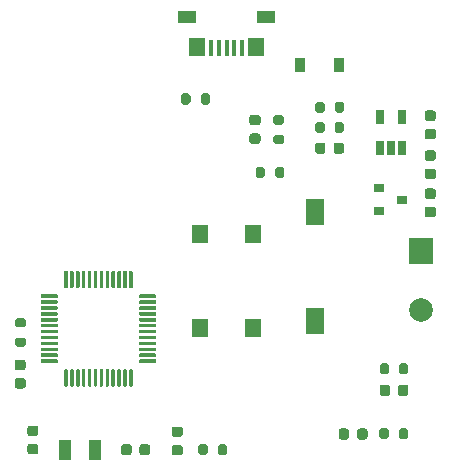
<source format=gtp>
G04 #@! TF.GenerationSoftware,KiCad,Pcbnew,5.1.8*
G04 #@! TF.CreationDate,2021-01-23T15:50:44+08:00*
G04 #@! TF.ProjectId,medicine_timer_pcb,6d656469-6369-46e6-955f-74696d65725f,rev?*
G04 #@! TF.SameCoordinates,Original*
G04 #@! TF.FileFunction,Paste,Top*
G04 #@! TF.FilePolarity,Positive*
%FSLAX46Y46*%
G04 Gerber Fmt 4.6, Leading zero omitted, Abs format (unit mm)*
G04 Created by KiCad (PCBNEW 5.1.8) date 2021-01-23 15:50:44*
%MOMM*%
%LPD*%
G01*
G04 APERTURE LIST*
%ADD10R,0.450000X1.380000*%
%ADD11R,1.425000X1.550000*%
%ADD12R,1.650000X1.100000*%
%ADD13R,1.000000X1.800000*%
%ADD14R,2.000000X2.200000*%
%ADD15C,2.000000*%
%ADD16R,0.900000X1.200000*%
%ADD17R,0.900000X0.800000*%
%ADD18R,1.600000X2.180000*%
%ADD19R,1.400000X1.600000*%
%ADD20R,0.650000X1.220000*%
G04 APERTURE END LIST*
D10*
X101300000Y-80260000D03*
X100650000Y-80260000D03*
X100000000Y-80260000D03*
X99350000Y-80260000D03*
X98700000Y-80260000D03*
D11*
X102487500Y-80175000D03*
X97512500Y-80175000D03*
D12*
X103375000Y-77700000D03*
X96625000Y-77700000D03*
D13*
X88850000Y-114300000D03*
X86350000Y-114300000D03*
D14*
X116500000Y-97500000D03*
D15*
X116500000Y-102500000D03*
G36*
G01*
X97800000Y-84875000D02*
X97800000Y-84325000D01*
G75*
G02*
X98000000Y-84125000I200000J0D01*
G01*
X98400000Y-84125000D01*
G75*
G02*
X98600000Y-84325000I0J-200000D01*
G01*
X98600000Y-84875000D01*
G75*
G02*
X98400000Y-85075000I-200000J0D01*
G01*
X98000000Y-85075000D01*
G75*
G02*
X97800000Y-84875000I0J200000D01*
G01*
G37*
G36*
G01*
X96150000Y-84875000D02*
X96150000Y-84325000D01*
G75*
G02*
X96350000Y-84125000I200000J0D01*
G01*
X96750000Y-84125000D01*
G75*
G02*
X96950000Y-84325000I0J-200000D01*
G01*
X96950000Y-84875000D01*
G75*
G02*
X96750000Y-85075000I-200000J0D01*
G01*
X96350000Y-85075000D01*
G75*
G02*
X96150000Y-84875000I0J200000D01*
G01*
G37*
D16*
X106225000Y-81750000D03*
X109525000Y-81750000D03*
G36*
G01*
X85650000Y-106950000D02*
X84325000Y-106950000D01*
G75*
G02*
X84250000Y-106875000I0J75000D01*
G01*
X84250000Y-106725000D01*
G75*
G02*
X84325000Y-106650000I75000J0D01*
G01*
X85650000Y-106650000D01*
G75*
G02*
X85725000Y-106725000I0J-75000D01*
G01*
X85725000Y-106875000D01*
G75*
G02*
X85650000Y-106950000I-75000J0D01*
G01*
G37*
G36*
G01*
X85650000Y-106450000D02*
X84325000Y-106450000D01*
G75*
G02*
X84250000Y-106375000I0J75000D01*
G01*
X84250000Y-106225000D01*
G75*
G02*
X84325000Y-106150000I75000J0D01*
G01*
X85650000Y-106150000D01*
G75*
G02*
X85725000Y-106225000I0J-75000D01*
G01*
X85725000Y-106375000D01*
G75*
G02*
X85650000Y-106450000I-75000J0D01*
G01*
G37*
G36*
G01*
X85650000Y-105950000D02*
X84325000Y-105950000D01*
G75*
G02*
X84250000Y-105875000I0J75000D01*
G01*
X84250000Y-105725000D01*
G75*
G02*
X84325000Y-105650000I75000J0D01*
G01*
X85650000Y-105650000D01*
G75*
G02*
X85725000Y-105725000I0J-75000D01*
G01*
X85725000Y-105875000D01*
G75*
G02*
X85650000Y-105950000I-75000J0D01*
G01*
G37*
G36*
G01*
X85650000Y-105450000D02*
X84325000Y-105450000D01*
G75*
G02*
X84250000Y-105375000I0J75000D01*
G01*
X84250000Y-105225000D01*
G75*
G02*
X84325000Y-105150000I75000J0D01*
G01*
X85650000Y-105150000D01*
G75*
G02*
X85725000Y-105225000I0J-75000D01*
G01*
X85725000Y-105375000D01*
G75*
G02*
X85650000Y-105450000I-75000J0D01*
G01*
G37*
G36*
G01*
X85650000Y-104950000D02*
X84325000Y-104950000D01*
G75*
G02*
X84250000Y-104875000I0J75000D01*
G01*
X84250000Y-104725000D01*
G75*
G02*
X84325000Y-104650000I75000J0D01*
G01*
X85650000Y-104650000D01*
G75*
G02*
X85725000Y-104725000I0J-75000D01*
G01*
X85725000Y-104875000D01*
G75*
G02*
X85650000Y-104950000I-75000J0D01*
G01*
G37*
G36*
G01*
X85650000Y-104450000D02*
X84325000Y-104450000D01*
G75*
G02*
X84250000Y-104375000I0J75000D01*
G01*
X84250000Y-104225000D01*
G75*
G02*
X84325000Y-104150000I75000J0D01*
G01*
X85650000Y-104150000D01*
G75*
G02*
X85725000Y-104225000I0J-75000D01*
G01*
X85725000Y-104375000D01*
G75*
G02*
X85650000Y-104450000I-75000J0D01*
G01*
G37*
G36*
G01*
X85650000Y-103950000D02*
X84325000Y-103950000D01*
G75*
G02*
X84250000Y-103875000I0J75000D01*
G01*
X84250000Y-103725000D01*
G75*
G02*
X84325000Y-103650000I75000J0D01*
G01*
X85650000Y-103650000D01*
G75*
G02*
X85725000Y-103725000I0J-75000D01*
G01*
X85725000Y-103875000D01*
G75*
G02*
X85650000Y-103950000I-75000J0D01*
G01*
G37*
G36*
G01*
X85650000Y-103450000D02*
X84325000Y-103450000D01*
G75*
G02*
X84250000Y-103375000I0J75000D01*
G01*
X84250000Y-103225000D01*
G75*
G02*
X84325000Y-103150000I75000J0D01*
G01*
X85650000Y-103150000D01*
G75*
G02*
X85725000Y-103225000I0J-75000D01*
G01*
X85725000Y-103375000D01*
G75*
G02*
X85650000Y-103450000I-75000J0D01*
G01*
G37*
G36*
G01*
X85650000Y-102950000D02*
X84325000Y-102950000D01*
G75*
G02*
X84250000Y-102875000I0J75000D01*
G01*
X84250000Y-102725000D01*
G75*
G02*
X84325000Y-102650000I75000J0D01*
G01*
X85650000Y-102650000D01*
G75*
G02*
X85725000Y-102725000I0J-75000D01*
G01*
X85725000Y-102875000D01*
G75*
G02*
X85650000Y-102950000I-75000J0D01*
G01*
G37*
G36*
G01*
X85650000Y-102450000D02*
X84325000Y-102450000D01*
G75*
G02*
X84250000Y-102375000I0J75000D01*
G01*
X84250000Y-102225000D01*
G75*
G02*
X84325000Y-102150000I75000J0D01*
G01*
X85650000Y-102150000D01*
G75*
G02*
X85725000Y-102225000I0J-75000D01*
G01*
X85725000Y-102375000D01*
G75*
G02*
X85650000Y-102450000I-75000J0D01*
G01*
G37*
G36*
G01*
X85650000Y-101950000D02*
X84325000Y-101950000D01*
G75*
G02*
X84250000Y-101875000I0J75000D01*
G01*
X84250000Y-101725000D01*
G75*
G02*
X84325000Y-101650000I75000J0D01*
G01*
X85650000Y-101650000D01*
G75*
G02*
X85725000Y-101725000I0J-75000D01*
G01*
X85725000Y-101875000D01*
G75*
G02*
X85650000Y-101950000I-75000J0D01*
G01*
G37*
G36*
G01*
X85650000Y-101450000D02*
X84325000Y-101450000D01*
G75*
G02*
X84250000Y-101375000I0J75000D01*
G01*
X84250000Y-101225000D01*
G75*
G02*
X84325000Y-101150000I75000J0D01*
G01*
X85650000Y-101150000D01*
G75*
G02*
X85725000Y-101225000I0J-75000D01*
G01*
X85725000Y-101375000D01*
G75*
G02*
X85650000Y-101450000I-75000J0D01*
G01*
G37*
G36*
G01*
X86475000Y-100625000D02*
X86325000Y-100625000D01*
G75*
G02*
X86250000Y-100550000I0J75000D01*
G01*
X86250000Y-99225000D01*
G75*
G02*
X86325000Y-99150000I75000J0D01*
G01*
X86475000Y-99150000D01*
G75*
G02*
X86550000Y-99225000I0J-75000D01*
G01*
X86550000Y-100550000D01*
G75*
G02*
X86475000Y-100625000I-75000J0D01*
G01*
G37*
G36*
G01*
X86975000Y-100625000D02*
X86825000Y-100625000D01*
G75*
G02*
X86750000Y-100550000I0J75000D01*
G01*
X86750000Y-99225000D01*
G75*
G02*
X86825000Y-99150000I75000J0D01*
G01*
X86975000Y-99150000D01*
G75*
G02*
X87050000Y-99225000I0J-75000D01*
G01*
X87050000Y-100550000D01*
G75*
G02*
X86975000Y-100625000I-75000J0D01*
G01*
G37*
G36*
G01*
X87475000Y-100625000D02*
X87325000Y-100625000D01*
G75*
G02*
X87250000Y-100550000I0J75000D01*
G01*
X87250000Y-99225000D01*
G75*
G02*
X87325000Y-99150000I75000J0D01*
G01*
X87475000Y-99150000D01*
G75*
G02*
X87550000Y-99225000I0J-75000D01*
G01*
X87550000Y-100550000D01*
G75*
G02*
X87475000Y-100625000I-75000J0D01*
G01*
G37*
G36*
G01*
X87975000Y-100625000D02*
X87825000Y-100625000D01*
G75*
G02*
X87750000Y-100550000I0J75000D01*
G01*
X87750000Y-99225000D01*
G75*
G02*
X87825000Y-99150000I75000J0D01*
G01*
X87975000Y-99150000D01*
G75*
G02*
X88050000Y-99225000I0J-75000D01*
G01*
X88050000Y-100550000D01*
G75*
G02*
X87975000Y-100625000I-75000J0D01*
G01*
G37*
G36*
G01*
X88475000Y-100625000D02*
X88325000Y-100625000D01*
G75*
G02*
X88250000Y-100550000I0J75000D01*
G01*
X88250000Y-99225000D01*
G75*
G02*
X88325000Y-99150000I75000J0D01*
G01*
X88475000Y-99150000D01*
G75*
G02*
X88550000Y-99225000I0J-75000D01*
G01*
X88550000Y-100550000D01*
G75*
G02*
X88475000Y-100625000I-75000J0D01*
G01*
G37*
G36*
G01*
X88975000Y-100625000D02*
X88825000Y-100625000D01*
G75*
G02*
X88750000Y-100550000I0J75000D01*
G01*
X88750000Y-99225000D01*
G75*
G02*
X88825000Y-99150000I75000J0D01*
G01*
X88975000Y-99150000D01*
G75*
G02*
X89050000Y-99225000I0J-75000D01*
G01*
X89050000Y-100550000D01*
G75*
G02*
X88975000Y-100625000I-75000J0D01*
G01*
G37*
G36*
G01*
X89475000Y-100625000D02*
X89325000Y-100625000D01*
G75*
G02*
X89250000Y-100550000I0J75000D01*
G01*
X89250000Y-99225000D01*
G75*
G02*
X89325000Y-99150000I75000J0D01*
G01*
X89475000Y-99150000D01*
G75*
G02*
X89550000Y-99225000I0J-75000D01*
G01*
X89550000Y-100550000D01*
G75*
G02*
X89475000Y-100625000I-75000J0D01*
G01*
G37*
G36*
G01*
X89975000Y-100625000D02*
X89825000Y-100625000D01*
G75*
G02*
X89750000Y-100550000I0J75000D01*
G01*
X89750000Y-99225000D01*
G75*
G02*
X89825000Y-99150000I75000J0D01*
G01*
X89975000Y-99150000D01*
G75*
G02*
X90050000Y-99225000I0J-75000D01*
G01*
X90050000Y-100550000D01*
G75*
G02*
X89975000Y-100625000I-75000J0D01*
G01*
G37*
G36*
G01*
X90475000Y-100625000D02*
X90325000Y-100625000D01*
G75*
G02*
X90250000Y-100550000I0J75000D01*
G01*
X90250000Y-99225000D01*
G75*
G02*
X90325000Y-99150000I75000J0D01*
G01*
X90475000Y-99150000D01*
G75*
G02*
X90550000Y-99225000I0J-75000D01*
G01*
X90550000Y-100550000D01*
G75*
G02*
X90475000Y-100625000I-75000J0D01*
G01*
G37*
G36*
G01*
X90975000Y-100625000D02*
X90825000Y-100625000D01*
G75*
G02*
X90750000Y-100550000I0J75000D01*
G01*
X90750000Y-99225000D01*
G75*
G02*
X90825000Y-99150000I75000J0D01*
G01*
X90975000Y-99150000D01*
G75*
G02*
X91050000Y-99225000I0J-75000D01*
G01*
X91050000Y-100550000D01*
G75*
G02*
X90975000Y-100625000I-75000J0D01*
G01*
G37*
G36*
G01*
X91475000Y-100625000D02*
X91325000Y-100625000D01*
G75*
G02*
X91250000Y-100550000I0J75000D01*
G01*
X91250000Y-99225000D01*
G75*
G02*
X91325000Y-99150000I75000J0D01*
G01*
X91475000Y-99150000D01*
G75*
G02*
X91550000Y-99225000I0J-75000D01*
G01*
X91550000Y-100550000D01*
G75*
G02*
X91475000Y-100625000I-75000J0D01*
G01*
G37*
G36*
G01*
X91975000Y-100625000D02*
X91825000Y-100625000D01*
G75*
G02*
X91750000Y-100550000I0J75000D01*
G01*
X91750000Y-99225000D01*
G75*
G02*
X91825000Y-99150000I75000J0D01*
G01*
X91975000Y-99150000D01*
G75*
G02*
X92050000Y-99225000I0J-75000D01*
G01*
X92050000Y-100550000D01*
G75*
G02*
X91975000Y-100625000I-75000J0D01*
G01*
G37*
G36*
G01*
X93975000Y-101450000D02*
X92650000Y-101450000D01*
G75*
G02*
X92575000Y-101375000I0J75000D01*
G01*
X92575000Y-101225000D01*
G75*
G02*
X92650000Y-101150000I75000J0D01*
G01*
X93975000Y-101150000D01*
G75*
G02*
X94050000Y-101225000I0J-75000D01*
G01*
X94050000Y-101375000D01*
G75*
G02*
X93975000Y-101450000I-75000J0D01*
G01*
G37*
G36*
G01*
X93975000Y-101950000D02*
X92650000Y-101950000D01*
G75*
G02*
X92575000Y-101875000I0J75000D01*
G01*
X92575000Y-101725000D01*
G75*
G02*
X92650000Y-101650000I75000J0D01*
G01*
X93975000Y-101650000D01*
G75*
G02*
X94050000Y-101725000I0J-75000D01*
G01*
X94050000Y-101875000D01*
G75*
G02*
X93975000Y-101950000I-75000J0D01*
G01*
G37*
G36*
G01*
X93975000Y-102450000D02*
X92650000Y-102450000D01*
G75*
G02*
X92575000Y-102375000I0J75000D01*
G01*
X92575000Y-102225000D01*
G75*
G02*
X92650000Y-102150000I75000J0D01*
G01*
X93975000Y-102150000D01*
G75*
G02*
X94050000Y-102225000I0J-75000D01*
G01*
X94050000Y-102375000D01*
G75*
G02*
X93975000Y-102450000I-75000J0D01*
G01*
G37*
G36*
G01*
X93975000Y-102950000D02*
X92650000Y-102950000D01*
G75*
G02*
X92575000Y-102875000I0J75000D01*
G01*
X92575000Y-102725000D01*
G75*
G02*
X92650000Y-102650000I75000J0D01*
G01*
X93975000Y-102650000D01*
G75*
G02*
X94050000Y-102725000I0J-75000D01*
G01*
X94050000Y-102875000D01*
G75*
G02*
X93975000Y-102950000I-75000J0D01*
G01*
G37*
G36*
G01*
X93975000Y-103450000D02*
X92650000Y-103450000D01*
G75*
G02*
X92575000Y-103375000I0J75000D01*
G01*
X92575000Y-103225000D01*
G75*
G02*
X92650000Y-103150000I75000J0D01*
G01*
X93975000Y-103150000D01*
G75*
G02*
X94050000Y-103225000I0J-75000D01*
G01*
X94050000Y-103375000D01*
G75*
G02*
X93975000Y-103450000I-75000J0D01*
G01*
G37*
G36*
G01*
X93975000Y-103950000D02*
X92650000Y-103950000D01*
G75*
G02*
X92575000Y-103875000I0J75000D01*
G01*
X92575000Y-103725000D01*
G75*
G02*
X92650000Y-103650000I75000J0D01*
G01*
X93975000Y-103650000D01*
G75*
G02*
X94050000Y-103725000I0J-75000D01*
G01*
X94050000Y-103875000D01*
G75*
G02*
X93975000Y-103950000I-75000J0D01*
G01*
G37*
G36*
G01*
X93975000Y-104450000D02*
X92650000Y-104450000D01*
G75*
G02*
X92575000Y-104375000I0J75000D01*
G01*
X92575000Y-104225000D01*
G75*
G02*
X92650000Y-104150000I75000J0D01*
G01*
X93975000Y-104150000D01*
G75*
G02*
X94050000Y-104225000I0J-75000D01*
G01*
X94050000Y-104375000D01*
G75*
G02*
X93975000Y-104450000I-75000J0D01*
G01*
G37*
G36*
G01*
X93975000Y-104950000D02*
X92650000Y-104950000D01*
G75*
G02*
X92575000Y-104875000I0J75000D01*
G01*
X92575000Y-104725000D01*
G75*
G02*
X92650000Y-104650000I75000J0D01*
G01*
X93975000Y-104650000D01*
G75*
G02*
X94050000Y-104725000I0J-75000D01*
G01*
X94050000Y-104875000D01*
G75*
G02*
X93975000Y-104950000I-75000J0D01*
G01*
G37*
G36*
G01*
X93975000Y-105450000D02*
X92650000Y-105450000D01*
G75*
G02*
X92575000Y-105375000I0J75000D01*
G01*
X92575000Y-105225000D01*
G75*
G02*
X92650000Y-105150000I75000J0D01*
G01*
X93975000Y-105150000D01*
G75*
G02*
X94050000Y-105225000I0J-75000D01*
G01*
X94050000Y-105375000D01*
G75*
G02*
X93975000Y-105450000I-75000J0D01*
G01*
G37*
G36*
G01*
X93975000Y-105950000D02*
X92650000Y-105950000D01*
G75*
G02*
X92575000Y-105875000I0J75000D01*
G01*
X92575000Y-105725000D01*
G75*
G02*
X92650000Y-105650000I75000J0D01*
G01*
X93975000Y-105650000D01*
G75*
G02*
X94050000Y-105725000I0J-75000D01*
G01*
X94050000Y-105875000D01*
G75*
G02*
X93975000Y-105950000I-75000J0D01*
G01*
G37*
G36*
G01*
X93975000Y-106450000D02*
X92650000Y-106450000D01*
G75*
G02*
X92575000Y-106375000I0J75000D01*
G01*
X92575000Y-106225000D01*
G75*
G02*
X92650000Y-106150000I75000J0D01*
G01*
X93975000Y-106150000D01*
G75*
G02*
X94050000Y-106225000I0J-75000D01*
G01*
X94050000Y-106375000D01*
G75*
G02*
X93975000Y-106450000I-75000J0D01*
G01*
G37*
G36*
G01*
X93975000Y-106950000D02*
X92650000Y-106950000D01*
G75*
G02*
X92575000Y-106875000I0J75000D01*
G01*
X92575000Y-106725000D01*
G75*
G02*
X92650000Y-106650000I75000J0D01*
G01*
X93975000Y-106650000D01*
G75*
G02*
X94050000Y-106725000I0J-75000D01*
G01*
X94050000Y-106875000D01*
G75*
G02*
X93975000Y-106950000I-75000J0D01*
G01*
G37*
G36*
G01*
X91975000Y-108950000D02*
X91825000Y-108950000D01*
G75*
G02*
X91750000Y-108875000I0J75000D01*
G01*
X91750000Y-107550000D01*
G75*
G02*
X91825000Y-107475000I75000J0D01*
G01*
X91975000Y-107475000D01*
G75*
G02*
X92050000Y-107550000I0J-75000D01*
G01*
X92050000Y-108875000D01*
G75*
G02*
X91975000Y-108950000I-75000J0D01*
G01*
G37*
G36*
G01*
X91475000Y-108950000D02*
X91325000Y-108950000D01*
G75*
G02*
X91250000Y-108875000I0J75000D01*
G01*
X91250000Y-107550000D01*
G75*
G02*
X91325000Y-107475000I75000J0D01*
G01*
X91475000Y-107475000D01*
G75*
G02*
X91550000Y-107550000I0J-75000D01*
G01*
X91550000Y-108875000D01*
G75*
G02*
X91475000Y-108950000I-75000J0D01*
G01*
G37*
G36*
G01*
X90975000Y-108950000D02*
X90825000Y-108950000D01*
G75*
G02*
X90750000Y-108875000I0J75000D01*
G01*
X90750000Y-107550000D01*
G75*
G02*
X90825000Y-107475000I75000J0D01*
G01*
X90975000Y-107475000D01*
G75*
G02*
X91050000Y-107550000I0J-75000D01*
G01*
X91050000Y-108875000D01*
G75*
G02*
X90975000Y-108950000I-75000J0D01*
G01*
G37*
G36*
G01*
X90475000Y-108950000D02*
X90325000Y-108950000D01*
G75*
G02*
X90250000Y-108875000I0J75000D01*
G01*
X90250000Y-107550000D01*
G75*
G02*
X90325000Y-107475000I75000J0D01*
G01*
X90475000Y-107475000D01*
G75*
G02*
X90550000Y-107550000I0J-75000D01*
G01*
X90550000Y-108875000D01*
G75*
G02*
X90475000Y-108950000I-75000J0D01*
G01*
G37*
G36*
G01*
X89975000Y-108950000D02*
X89825000Y-108950000D01*
G75*
G02*
X89750000Y-108875000I0J75000D01*
G01*
X89750000Y-107550000D01*
G75*
G02*
X89825000Y-107475000I75000J0D01*
G01*
X89975000Y-107475000D01*
G75*
G02*
X90050000Y-107550000I0J-75000D01*
G01*
X90050000Y-108875000D01*
G75*
G02*
X89975000Y-108950000I-75000J0D01*
G01*
G37*
G36*
G01*
X89475000Y-108950000D02*
X89325000Y-108950000D01*
G75*
G02*
X89250000Y-108875000I0J75000D01*
G01*
X89250000Y-107550000D01*
G75*
G02*
X89325000Y-107475000I75000J0D01*
G01*
X89475000Y-107475000D01*
G75*
G02*
X89550000Y-107550000I0J-75000D01*
G01*
X89550000Y-108875000D01*
G75*
G02*
X89475000Y-108950000I-75000J0D01*
G01*
G37*
G36*
G01*
X88975000Y-108950000D02*
X88825000Y-108950000D01*
G75*
G02*
X88750000Y-108875000I0J75000D01*
G01*
X88750000Y-107550000D01*
G75*
G02*
X88825000Y-107475000I75000J0D01*
G01*
X88975000Y-107475000D01*
G75*
G02*
X89050000Y-107550000I0J-75000D01*
G01*
X89050000Y-108875000D01*
G75*
G02*
X88975000Y-108950000I-75000J0D01*
G01*
G37*
G36*
G01*
X88475000Y-108950000D02*
X88325000Y-108950000D01*
G75*
G02*
X88250000Y-108875000I0J75000D01*
G01*
X88250000Y-107550000D01*
G75*
G02*
X88325000Y-107475000I75000J0D01*
G01*
X88475000Y-107475000D01*
G75*
G02*
X88550000Y-107550000I0J-75000D01*
G01*
X88550000Y-108875000D01*
G75*
G02*
X88475000Y-108950000I-75000J0D01*
G01*
G37*
G36*
G01*
X87975000Y-108950000D02*
X87825000Y-108950000D01*
G75*
G02*
X87750000Y-108875000I0J75000D01*
G01*
X87750000Y-107550000D01*
G75*
G02*
X87825000Y-107475000I75000J0D01*
G01*
X87975000Y-107475000D01*
G75*
G02*
X88050000Y-107550000I0J-75000D01*
G01*
X88050000Y-108875000D01*
G75*
G02*
X87975000Y-108950000I-75000J0D01*
G01*
G37*
G36*
G01*
X87475000Y-108950000D02*
X87325000Y-108950000D01*
G75*
G02*
X87250000Y-108875000I0J75000D01*
G01*
X87250000Y-107550000D01*
G75*
G02*
X87325000Y-107475000I75000J0D01*
G01*
X87475000Y-107475000D01*
G75*
G02*
X87550000Y-107550000I0J-75000D01*
G01*
X87550000Y-108875000D01*
G75*
G02*
X87475000Y-108950000I-75000J0D01*
G01*
G37*
G36*
G01*
X86975000Y-108950000D02*
X86825000Y-108950000D01*
G75*
G02*
X86750000Y-108875000I0J75000D01*
G01*
X86750000Y-107550000D01*
G75*
G02*
X86825000Y-107475000I75000J0D01*
G01*
X86975000Y-107475000D01*
G75*
G02*
X87050000Y-107550000I0J-75000D01*
G01*
X87050000Y-108875000D01*
G75*
G02*
X86975000Y-108950000I-75000J0D01*
G01*
G37*
G36*
G01*
X86475000Y-108950000D02*
X86325000Y-108950000D01*
G75*
G02*
X86250000Y-108875000I0J75000D01*
G01*
X86250000Y-107550000D01*
G75*
G02*
X86325000Y-107475000I75000J0D01*
G01*
X86475000Y-107475000D01*
G75*
G02*
X86550000Y-107550000I0J-75000D01*
G01*
X86550000Y-108875000D01*
G75*
G02*
X86475000Y-108950000I-75000J0D01*
G01*
G37*
D17*
X114875000Y-93125000D03*
X112875000Y-94075000D03*
X112875000Y-92175000D03*
D18*
X107450000Y-94185000D03*
X107450000Y-103365000D03*
D19*
X97750000Y-96000000D03*
X97750000Y-104000000D03*
X102250000Y-96000000D03*
X102250000Y-104000000D03*
D20*
X112950000Y-86165000D03*
X114850000Y-86165000D03*
X114850000Y-88785000D03*
X113900000Y-88785000D03*
X112950000Y-88785000D03*
G36*
G01*
X113750000Y-107175000D02*
X113750000Y-107725000D01*
G75*
G02*
X113550000Y-107925000I-200000J0D01*
G01*
X113150000Y-107925000D01*
G75*
G02*
X112950000Y-107725000I0J200000D01*
G01*
X112950000Y-107175000D01*
G75*
G02*
X113150000Y-106975000I200000J0D01*
G01*
X113550000Y-106975000D01*
G75*
G02*
X113750000Y-107175000I0J-200000D01*
G01*
G37*
G36*
G01*
X115400000Y-107175000D02*
X115400000Y-107725000D01*
G75*
G02*
X115200000Y-107925000I-200000J0D01*
G01*
X114800000Y-107925000D01*
G75*
G02*
X114600000Y-107725000I0J200000D01*
G01*
X114600000Y-107175000D01*
G75*
G02*
X114800000Y-106975000I200000J0D01*
G01*
X115200000Y-106975000D01*
G75*
G02*
X115400000Y-107175000I0J-200000D01*
G01*
G37*
G36*
G01*
X82275000Y-104800000D02*
X82825000Y-104800000D01*
G75*
G02*
X83025000Y-105000000I0J-200000D01*
G01*
X83025000Y-105400000D01*
G75*
G02*
X82825000Y-105600000I-200000J0D01*
G01*
X82275000Y-105600000D01*
G75*
G02*
X82075000Y-105400000I0J200000D01*
G01*
X82075000Y-105000000D01*
G75*
G02*
X82275000Y-104800000I200000J0D01*
G01*
G37*
G36*
G01*
X82275000Y-103150000D02*
X82825000Y-103150000D01*
G75*
G02*
X83025000Y-103350000I0J-200000D01*
G01*
X83025000Y-103750000D01*
G75*
G02*
X82825000Y-103950000I-200000J0D01*
G01*
X82275000Y-103950000D01*
G75*
G02*
X82075000Y-103750000I0J200000D01*
G01*
X82075000Y-103350000D01*
G75*
G02*
X82275000Y-103150000I200000J0D01*
G01*
G37*
G36*
G01*
X103250000Y-90550000D02*
X103250000Y-91100000D01*
G75*
G02*
X103050000Y-91300000I-200000J0D01*
G01*
X102650000Y-91300000D01*
G75*
G02*
X102450000Y-91100000I0J200000D01*
G01*
X102450000Y-90550000D01*
G75*
G02*
X102650000Y-90350000I200000J0D01*
G01*
X103050000Y-90350000D01*
G75*
G02*
X103250000Y-90550000I0J-200000D01*
G01*
G37*
G36*
G01*
X104900000Y-90550000D02*
X104900000Y-91100000D01*
G75*
G02*
X104700000Y-91300000I-200000J0D01*
G01*
X104300000Y-91300000D01*
G75*
G02*
X104100000Y-91100000I0J200000D01*
G01*
X104100000Y-90550000D01*
G75*
G02*
X104300000Y-90350000I200000J0D01*
G01*
X104700000Y-90350000D01*
G75*
G02*
X104900000Y-90550000I0J-200000D01*
G01*
G37*
G36*
G01*
X104700000Y-86775000D02*
X104150000Y-86775000D01*
G75*
G02*
X103950000Y-86575000I0J200000D01*
G01*
X103950000Y-86175000D01*
G75*
G02*
X104150000Y-85975000I200000J0D01*
G01*
X104700000Y-85975000D01*
G75*
G02*
X104900000Y-86175000I0J-200000D01*
G01*
X104900000Y-86575000D01*
G75*
G02*
X104700000Y-86775000I-200000J0D01*
G01*
G37*
G36*
G01*
X104700000Y-88425000D02*
X104150000Y-88425000D01*
G75*
G02*
X103950000Y-88225000I0J200000D01*
G01*
X103950000Y-87825000D01*
G75*
G02*
X104150000Y-87625000I200000J0D01*
G01*
X104700000Y-87625000D01*
G75*
G02*
X104900000Y-87825000I0J-200000D01*
G01*
X104900000Y-88225000D01*
G75*
G02*
X104700000Y-88425000I-200000J0D01*
G01*
G37*
G36*
G01*
X113725000Y-112675000D02*
X113725000Y-113225000D01*
G75*
G02*
X113525000Y-113425000I-200000J0D01*
G01*
X113125000Y-113425000D01*
G75*
G02*
X112925000Y-113225000I0J200000D01*
G01*
X112925000Y-112675000D01*
G75*
G02*
X113125000Y-112475000I200000J0D01*
G01*
X113525000Y-112475000D01*
G75*
G02*
X113725000Y-112675000I0J-200000D01*
G01*
G37*
G36*
G01*
X115375000Y-112675000D02*
X115375000Y-113225000D01*
G75*
G02*
X115175000Y-113425000I-200000J0D01*
G01*
X114775000Y-113425000D01*
G75*
G02*
X114575000Y-113225000I0J200000D01*
G01*
X114575000Y-112675000D01*
G75*
G02*
X114775000Y-112475000I200000J0D01*
G01*
X115175000Y-112475000D01*
G75*
G02*
X115375000Y-112675000I0J-200000D01*
G01*
G37*
G36*
G01*
X98400000Y-114025000D02*
X98400000Y-114575000D01*
G75*
G02*
X98200000Y-114775000I-200000J0D01*
G01*
X97800000Y-114775000D01*
G75*
G02*
X97600000Y-114575000I0J200000D01*
G01*
X97600000Y-114025000D01*
G75*
G02*
X97800000Y-113825000I200000J0D01*
G01*
X98200000Y-113825000D01*
G75*
G02*
X98400000Y-114025000I0J-200000D01*
G01*
G37*
G36*
G01*
X100050000Y-114025000D02*
X100050000Y-114575000D01*
G75*
G02*
X99850000Y-114775000I-200000J0D01*
G01*
X99450000Y-114775000D01*
G75*
G02*
X99250000Y-114575000I0J200000D01*
G01*
X99250000Y-114025000D01*
G75*
G02*
X99450000Y-113825000I200000J0D01*
G01*
X99850000Y-113825000D01*
G75*
G02*
X100050000Y-114025000I0J-200000D01*
G01*
G37*
G36*
G01*
X108300000Y-85025000D02*
X108300000Y-85575000D01*
G75*
G02*
X108100000Y-85775000I-200000J0D01*
G01*
X107700000Y-85775000D01*
G75*
G02*
X107500000Y-85575000I0J200000D01*
G01*
X107500000Y-85025000D01*
G75*
G02*
X107700000Y-84825000I200000J0D01*
G01*
X108100000Y-84825000D01*
G75*
G02*
X108300000Y-85025000I0J-200000D01*
G01*
G37*
G36*
G01*
X109950000Y-85025000D02*
X109950000Y-85575000D01*
G75*
G02*
X109750000Y-85775000I-200000J0D01*
G01*
X109350000Y-85775000D01*
G75*
G02*
X109150000Y-85575000I0J200000D01*
G01*
X109150000Y-85025000D01*
G75*
G02*
X109350000Y-84825000I200000J0D01*
G01*
X109750000Y-84825000D01*
G75*
G02*
X109950000Y-85025000I0J-200000D01*
G01*
G37*
G36*
G01*
X108300000Y-86750000D02*
X108300000Y-87300000D01*
G75*
G02*
X108100000Y-87500000I-200000J0D01*
G01*
X107700000Y-87500000D01*
G75*
G02*
X107500000Y-87300000I0J200000D01*
G01*
X107500000Y-86750000D01*
G75*
G02*
X107700000Y-86550000I200000J0D01*
G01*
X108100000Y-86550000D01*
G75*
G02*
X108300000Y-86750000I0J-200000D01*
G01*
G37*
G36*
G01*
X109950000Y-86750000D02*
X109950000Y-87300000D01*
G75*
G02*
X109750000Y-87500000I-200000J0D01*
G01*
X109350000Y-87500000D01*
G75*
G02*
X109150000Y-87300000I0J200000D01*
G01*
X109150000Y-86750000D01*
G75*
G02*
X109350000Y-86550000I200000J0D01*
G01*
X109750000Y-86550000D01*
G75*
G02*
X109950000Y-86750000I0J-200000D01*
G01*
G37*
G36*
G01*
X102656250Y-86825000D02*
X102143750Y-86825000D01*
G75*
G02*
X101925000Y-86606250I0J218750D01*
G01*
X101925000Y-86168750D01*
G75*
G02*
X102143750Y-85950000I218750J0D01*
G01*
X102656250Y-85950000D01*
G75*
G02*
X102875000Y-86168750I0J-218750D01*
G01*
X102875000Y-86606250D01*
G75*
G02*
X102656250Y-86825000I-218750J0D01*
G01*
G37*
G36*
G01*
X102656250Y-88400000D02*
X102143750Y-88400000D01*
G75*
G02*
X101925000Y-88181250I0J218750D01*
G01*
X101925000Y-87743750D01*
G75*
G02*
X102143750Y-87525000I218750J0D01*
G01*
X102656250Y-87525000D01*
G75*
G02*
X102875000Y-87743750I0J-218750D01*
G01*
X102875000Y-88181250D01*
G75*
G02*
X102656250Y-88400000I-218750J0D01*
G01*
G37*
G36*
G01*
X111062500Y-113231250D02*
X111062500Y-112718750D01*
G75*
G02*
X111281250Y-112500000I218750J0D01*
G01*
X111718750Y-112500000D01*
G75*
G02*
X111937500Y-112718750I0J-218750D01*
G01*
X111937500Y-113231250D01*
G75*
G02*
X111718750Y-113450000I-218750J0D01*
G01*
X111281250Y-113450000D01*
G75*
G02*
X111062500Y-113231250I0J218750D01*
G01*
G37*
G36*
G01*
X109487500Y-113231250D02*
X109487500Y-112718750D01*
G75*
G02*
X109706250Y-112500000I218750J0D01*
G01*
X110143750Y-112500000D01*
G75*
G02*
X110362500Y-112718750I0J-218750D01*
G01*
X110362500Y-113231250D01*
G75*
G02*
X110143750Y-113450000I-218750J0D01*
G01*
X109706250Y-113450000D01*
G75*
G02*
X109487500Y-113231250I0J218750D01*
G01*
G37*
G36*
G01*
X95568750Y-113912500D02*
X96081250Y-113912500D01*
G75*
G02*
X96300000Y-114131250I0J-218750D01*
G01*
X96300000Y-114568750D01*
G75*
G02*
X96081250Y-114787500I-218750J0D01*
G01*
X95568750Y-114787500D01*
G75*
G02*
X95350000Y-114568750I0J218750D01*
G01*
X95350000Y-114131250D01*
G75*
G02*
X95568750Y-113912500I218750J0D01*
G01*
G37*
G36*
G01*
X95568750Y-112337500D02*
X96081250Y-112337500D01*
G75*
G02*
X96300000Y-112556250I0J-218750D01*
G01*
X96300000Y-112993750D01*
G75*
G02*
X96081250Y-113212500I-218750J0D01*
G01*
X95568750Y-113212500D01*
G75*
G02*
X95350000Y-112993750I0J218750D01*
G01*
X95350000Y-112556250D01*
G75*
G02*
X95568750Y-112337500I218750J0D01*
G01*
G37*
G36*
G01*
X108375000Y-88518750D02*
X108375000Y-89031250D01*
G75*
G02*
X108156250Y-89250000I-218750J0D01*
G01*
X107718750Y-89250000D01*
G75*
G02*
X107500000Y-89031250I0J218750D01*
G01*
X107500000Y-88518750D01*
G75*
G02*
X107718750Y-88300000I218750J0D01*
G01*
X108156250Y-88300000D01*
G75*
G02*
X108375000Y-88518750I0J-218750D01*
G01*
G37*
G36*
G01*
X109950000Y-88518750D02*
X109950000Y-89031250D01*
G75*
G02*
X109731250Y-89250000I-218750J0D01*
G01*
X109293750Y-89250000D01*
G75*
G02*
X109075000Y-89031250I0J218750D01*
G01*
X109075000Y-88518750D01*
G75*
G02*
X109293750Y-88300000I218750J0D01*
G01*
X109731250Y-88300000D01*
G75*
G02*
X109950000Y-88518750I0J-218750D01*
G01*
G37*
G36*
G01*
X114500000Y-109525000D02*
X114500000Y-109025000D01*
G75*
G02*
X114725000Y-108800000I225000J0D01*
G01*
X115175000Y-108800000D01*
G75*
G02*
X115400000Y-109025000I0J-225000D01*
G01*
X115400000Y-109525000D01*
G75*
G02*
X115175000Y-109750000I-225000J0D01*
G01*
X114725000Y-109750000D01*
G75*
G02*
X114500000Y-109525000I0J225000D01*
G01*
G37*
G36*
G01*
X112950000Y-109525000D02*
X112950000Y-109025000D01*
G75*
G02*
X113175000Y-108800000I225000J0D01*
G01*
X113625000Y-108800000D01*
G75*
G02*
X113850000Y-109025000I0J-225000D01*
G01*
X113850000Y-109525000D01*
G75*
G02*
X113625000Y-109750000I-225000J0D01*
G01*
X113175000Y-109750000D01*
G75*
G02*
X112950000Y-109525000I0J225000D01*
G01*
G37*
G36*
G01*
X92625000Y-114550000D02*
X92625000Y-114050000D01*
G75*
G02*
X92850000Y-113825000I225000J0D01*
G01*
X93300000Y-113825000D01*
G75*
G02*
X93525000Y-114050000I0J-225000D01*
G01*
X93525000Y-114550000D01*
G75*
G02*
X93300000Y-114775000I-225000J0D01*
G01*
X92850000Y-114775000D01*
G75*
G02*
X92625000Y-114550000I0J225000D01*
G01*
G37*
G36*
G01*
X91075000Y-114550000D02*
X91075000Y-114050000D01*
G75*
G02*
X91300000Y-113825000I225000J0D01*
G01*
X91750000Y-113825000D01*
G75*
G02*
X91975000Y-114050000I0J-225000D01*
G01*
X91975000Y-114550000D01*
G75*
G02*
X91750000Y-114775000I-225000J0D01*
G01*
X91300000Y-114775000D01*
G75*
G02*
X91075000Y-114550000I0J225000D01*
G01*
G37*
G36*
G01*
X83850000Y-113150000D02*
X83350000Y-113150000D01*
G75*
G02*
X83125000Y-112925000I0J225000D01*
G01*
X83125000Y-112475000D01*
G75*
G02*
X83350000Y-112250000I225000J0D01*
G01*
X83850000Y-112250000D01*
G75*
G02*
X84075000Y-112475000I0J-225000D01*
G01*
X84075000Y-112925000D01*
G75*
G02*
X83850000Y-113150000I-225000J0D01*
G01*
G37*
G36*
G01*
X83850000Y-114700000D02*
X83350000Y-114700000D01*
G75*
G02*
X83125000Y-114475000I0J225000D01*
G01*
X83125000Y-114025000D01*
G75*
G02*
X83350000Y-113800000I225000J0D01*
G01*
X83850000Y-113800000D01*
G75*
G02*
X84075000Y-114025000I0J-225000D01*
G01*
X84075000Y-114475000D01*
G75*
G02*
X83850000Y-114700000I-225000J0D01*
G01*
G37*
G36*
G01*
X117500000Y-89850000D02*
X117000000Y-89850000D01*
G75*
G02*
X116775000Y-89625000I0J225000D01*
G01*
X116775000Y-89175000D01*
G75*
G02*
X117000000Y-88950000I225000J0D01*
G01*
X117500000Y-88950000D01*
G75*
G02*
X117725000Y-89175000I0J-225000D01*
G01*
X117725000Y-89625000D01*
G75*
G02*
X117500000Y-89850000I-225000J0D01*
G01*
G37*
G36*
G01*
X117500000Y-91400000D02*
X117000000Y-91400000D01*
G75*
G02*
X116775000Y-91175000I0J225000D01*
G01*
X116775000Y-90725000D01*
G75*
G02*
X117000000Y-90500000I225000J0D01*
G01*
X117500000Y-90500000D01*
G75*
G02*
X117725000Y-90725000I0J-225000D01*
G01*
X117725000Y-91175000D01*
G75*
G02*
X117500000Y-91400000I-225000J0D01*
G01*
G37*
G36*
G01*
X82775000Y-107575000D02*
X82275000Y-107575000D01*
G75*
G02*
X82050000Y-107350000I0J225000D01*
G01*
X82050000Y-106900000D01*
G75*
G02*
X82275000Y-106675000I225000J0D01*
G01*
X82775000Y-106675000D01*
G75*
G02*
X83000000Y-106900000I0J-225000D01*
G01*
X83000000Y-107350000D01*
G75*
G02*
X82775000Y-107575000I-225000J0D01*
G01*
G37*
G36*
G01*
X82775000Y-109125000D02*
X82275000Y-109125000D01*
G75*
G02*
X82050000Y-108900000I0J225000D01*
G01*
X82050000Y-108450000D01*
G75*
G02*
X82275000Y-108225000I225000J0D01*
G01*
X82775000Y-108225000D01*
G75*
G02*
X83000000Y-108450000I0J-225000D01*
G01*
X83000000Y-108900000D01*
G75*
G02*
X82775000Y-109125000I-225000J0D01*
G01*
G37*
G36*
G01*
X117000000Y-93725000D02*
X117500000Y-93725000D01*
G75*
G02*
X117725000Y-93950000I0J-225000D01*
G01*
X117725000Y-94400000D01*
G75*
G02*
X117500000Y-94625000I-225000J0D01*
G01*
X117000000Y-94625000D01*
G75*
G02*
X116775000Y-94400000I0J225000D01*
G01*
X116775000Y-93950000D01*
G75*
G02*
X117000000Y-93725000I225000J0D01*
G01*
G37*
G36*
G01*
X117000000Y-92175000D02*
X117500000Y-92175000D01*
G75*
G02*
X117725000Y-92400000I0J-225000D01*
G01*
X117725000Y-92850000D01*
G75*
G02*
X117500000Y-93075000I-225000J0D01*
G01*
X117000000Y-93075000D01*
G75*
G02*
X116775000Y-92850000I0J225000D01*
G01*
X116775000Y-92400000D01*
G75*
G02*
X117000000Y-92175000I225000J0D01*
G01*
G37*
G36*
G01*
X117000000Y-87125000D02*
X117500000Y-87125000D01*
G75*
G02*
X117725000Y-87350000I0J-225000D01*
G01*
X117725000Y-87800000D01*
G75*
G02*
X117500000Y-88025000I-225000J0D01*
G01*
X117000000Y-88025000D01*
G75*
G02*
X116775000Y-87800000I0J225000D01*
G01*
X116775000Y-87350000D01*
G75*
G02*
X117000000Y-87125000I225000J0D01*
G01*
G37*
G36*
G01*
X117000000Y-85575000D02*
X117500000Y-85575000D01*
G75*
G02*
X117725000Y-85800000I0J-225000D01*
G01*
X117725000Y-86250000D01*
G75*
G02*
X117500000Y-86475000I-225000J0D01*
G01*
X117000000Y-86475000D01*
G75*
G02*
X116775000Y-86250000I0J225000D01*
G01*
X116775000Y-85800000D01*
G75*
G02*
X117000000Y-85575000I225000J0D01*
G01*
G37*
M02*

</source>
